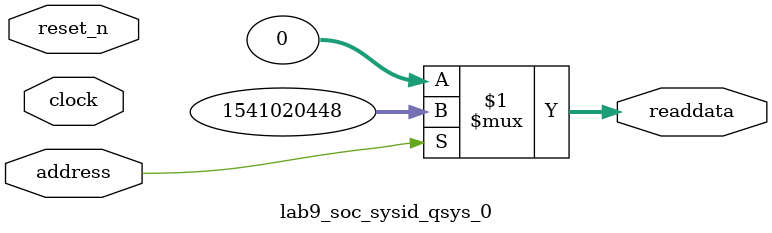
<source format=v>



// synthesis translate_off
`timescale 1ns / 1ps
// synthesis translate_on

// turn off superfluous verilog processor warnings 
// altera message_level Level1 
// altera message_off 10034 10035 10036 10037 10230 10240 10030 

module lab9_soc_sysid_qsys_0 (
               // inputs:
                address,
                clock,
                reset_n,

               // outputs:
                readdata
             )
;

  output  [ 31: 0] readdata;
  input            address;
  input            clock;
  input            reset_n;

  wire    [ 31: 0] readdata;
  //control_slave, which is an e_avalon_slave
  assign readdata = address ? 1541020448 : 0;

endmodule



</source>
